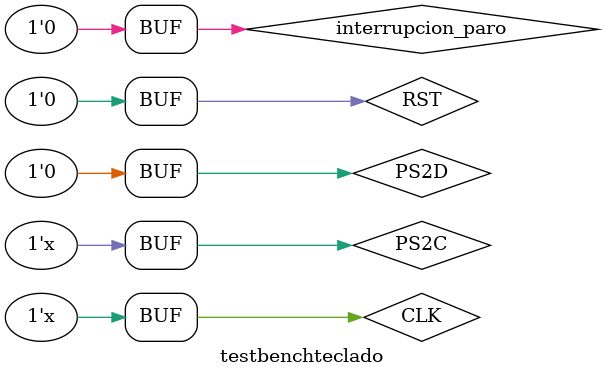
<source format=v>
`timescale 1ns / 1ps


module testbenchteclado;

	// Inputs
	reg CLK;
	reg RST;
	reg PS2D;
	reg PS2C;
	reg interrupcion_paro;

	// Outputs
	wire [7:0] TECLA;
	wire interrupcion;

	// Instantiate the Unit Under Test (UUT)
	Lector_teclado uut (
		.CLK(CLK), 
		.RST(RST), 
		.PS2D(PS2D), 
		.PS2C(PS2C), 
		.interrupcion_paro(interrupcion_paro), 
		.TECLA(TECLA), 
		.interrupcion(interrupcion)
	);

	initial begin
		// Initialize Inputs
		CLK = 0;
		RST = 1;
		PS2D = 0;
		PS2C = 0;
		interrupcion_paro = 0;

		// Wait 100 ns for global reset to finish
		#30;
		RST = 0;
      

	end
   always
	begin
		#5 CLK=!CLK;
	end
	always
	begin
		#50000 PS2C=!PS2C;
	end
	
endmodule


</source>
